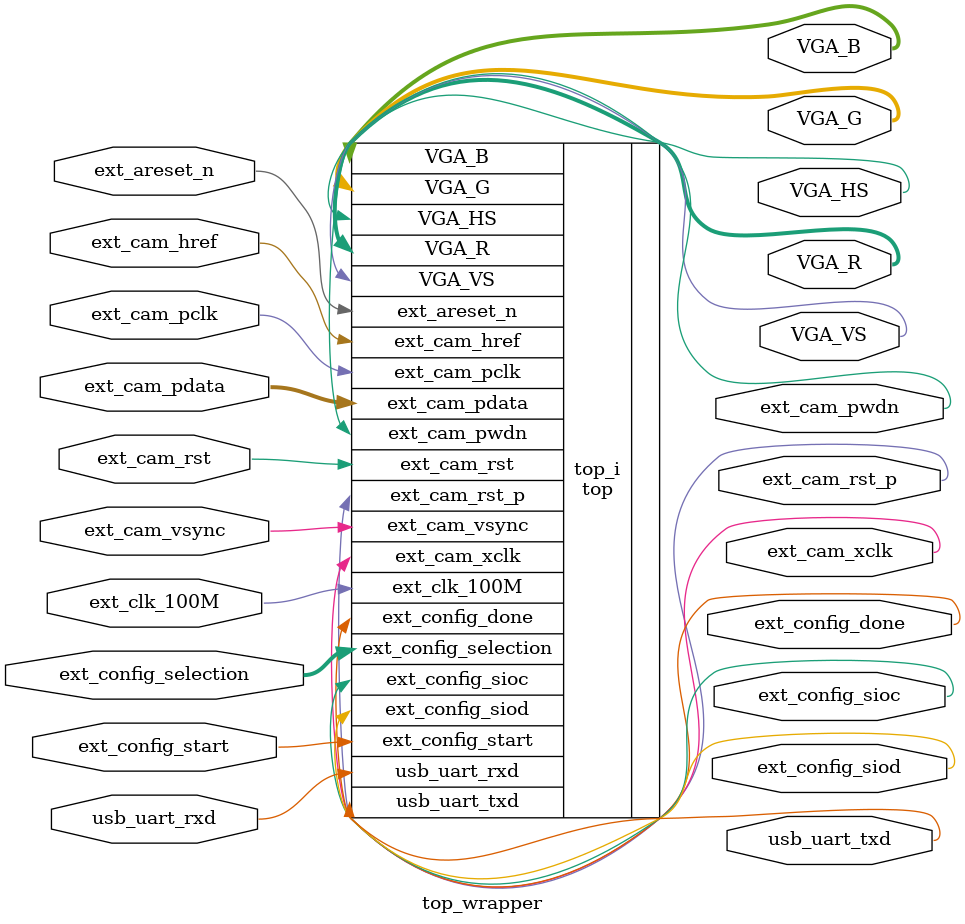
<source format=v>
`timescale 1 ps / 1 ps

module top_wrapper
   (VGA_B,
    VGA_G,
    VGA_HS,
    VGA_R,
    VGA_VS,
    ext_areset_n,
    ext_cam_href,
    ext_cam_pclk,
    ext_cam_pdata,
    ext_cam_pwdn,
    ext_cam_rst,
    ext_cam_rst_p,
    ext_cam_vsync,
    ext_cam_xclk,
    ext_clk_100M,
    ext_config_done,
    ext_config_selection,
    ext_config_sioc,
    ext_config_siod,
    ext_config_start,
    usb_uart_rxd,
    usb_uart_txd);
  output [3:0]VGA_B;
  output [3:0]VGA_G;
  output VGA_HS;
  output [3:0]VGA_R;
  output VGA_VS;
  input ext_areset_n;
  input ext_cam_href;
  input ext_cam_pclk;
  input [7:0]ext_cam_pdata;
  output ext_cam_pwdn;
  input ext_cam_rst;
  output ext_cam_rst_p;
  input ext_cam_vsync;
  output ext_cam_xclk;
  input ext_clk_100M;
  output ext_config_done;
  input [1:0]ext_config_selection;
  output ext_config_sioc;
  output ext_config_siod;
  input ext_config_start;
  input usb_uart_rxd;
  output usb_uart_txd;

  wire [3:0]VGA_B;
  wire [3:0]VGA_G;
  wire VGA_HS;
  wire [3:0]VGA_R;
  wire VGA_VS;
  wire ext_areset_n;
  wire ext_cam_href;
  wire ext_cam_pclk;
  wire [7:0]ext_cam_pdata;
  wire ext_cam_pwdn;
  wire ext_cam_rst;
  wire ext_cam_rst_p;
  wire ext_cam_vsync;
  wire ext_cam_xclk;
  wire ext_clk_100M;
  wire ext_config_done;
  wire [1:0]ext_config_selection;
  wire ext_config_sioc;
  wire ext_config_siod;
  wire ext_config_start;
  wire usb_uart_rxd;
  wire usb_uart_txd;

  top top_i
       (.VGA_B(VGA_B),
        .VGA_G(VGA_G),
        .VGA_HS(VGA_HS),
        .VGA_R(VGA_R),
        .VGA_VS(VGA_VS),
        .ext_areset_n(ext_areset_n),
        .ext_cam_href(ext_cam_href),
        .ext_cam_pclk(ext_cam_pclk),
        .ext_cam_pdata(ext_cam_pdata),
        .ext_cam_pwdn(ext_cam_pwdn),
        .ext_cam_rst(ext_cam_rst),
        .ext_cam_rst_p(ext_cam_rst_p),
        .ext_cam_vsync(ext_cam_vsync),
        .ext_cam_xclk(ext_cam_xclk),
        .ext_clk_100M(ext_clk_100M),
        .ext_config_done(ext_config_done),
        .ext_config_selection(ext_config_selection),
        .ext_config_sioc(ext_config_sioc),
        .ext_config_siod(ext_config_siod),
        .ext_config_start(ext_config_start),
        .usb_uart_rxd(usb_uart_rxd),
        .usb_uart_txd(usb_uart_txd));
endmodule

</source>
